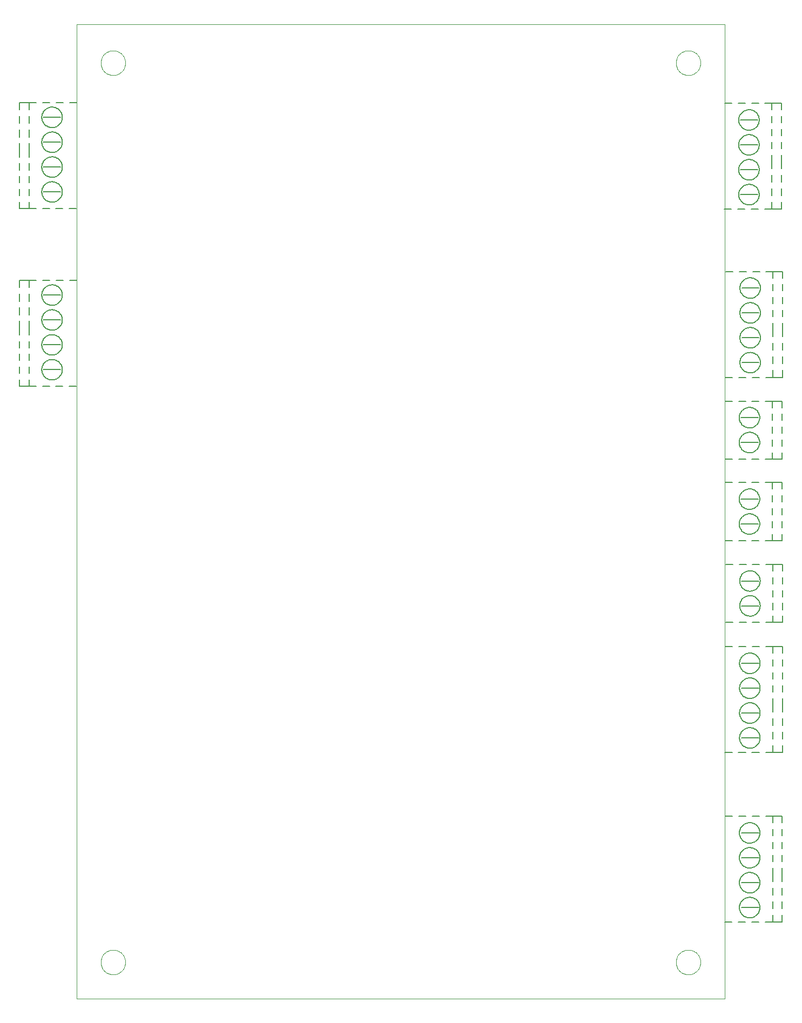
<source format=gbo>
G75*
%MOIN*%
%OFA0B0*%
%FSLAX24Y24*%
%IPPOS*%
%LPD*%
%AMOC8*
5,1,8,0,0,1.08239X$1,22.5*
%
%ADD10C,0.0000*%
%ADD11C,0.0050*%
D10*
X003651Y000200D02*
X003651Y060320D01*
X043643Y060320D01*
X043643Y000200D01*
X003651Y000200D01*
X005141Y002450D02*
X005143Y002505D01*
X005149Y002559D01*
X005159Y002613D01*
X005172Y002667D01*
X005190Y002719D01*
X005211Y002769D01*
X005236Y002818D01*
X005264Y002865D01*
X005296Y002910D01*
X005331Y002952D01*
X005368Y002992D01*
X005409Y003029D01*
X005452Y003063D01*
X005497Y003094D01*
X005545Y003121D01*
X005594Y003145D01*
X005645Y003166D01*
X005698Y003182D01*
X005751Y003195D01*
X005805Y003204D01*
X005860Y003209D01*
X005915Y003210D01*
X005970Y003207D01*
X006024Y003200D01*
X006078Y003189D01*
X006131Y003174D01*
X006182Y003156D01*
X006233Y003134D01*
X006281Y003108D01*
X006328Y003079D01*
X006372Y003047D01*
X006414Y003011D01*
X006453Y002973D01*
X006489Y002931D01*
X006522Y002888D01*
X006552Y002842D01*
X006579Y002794D01*
X006602Y002744D01*
X006621Y002693D01*
X006637Y002640D01*
X006649Y002586D01*
X006657Y002532D01*
X006661Y002477D01*
X006661Y002423D01*
X006657Y002368D01*
X006649Y002314D01*
X006637Y002260D01*
X006621Y002207D01*
X006602Y002156D01*
X006579Y002106D01*
X006552Y002058D01*
X006522Y002012D01*
X006489Y001969D01*
X006453Y001927D01*
X006414Y001889D01*
X006372Y001853D01*
X006328Y001821D01*
X006281Y001792D01*
X006233Y001766D01*
X006182Y001744D01*
X006131Y001726D01*
X006078Y001711D01*
X006024Y001700D01*
X005970Y001693D01*
X005915Y001690D01*
X005860Y001691D01*
X005805Y001696D01*
X005751Y001705D01*
X005698Y001718D01*
X005645Y001734D01*
X005594Y001755D01*
X005545Y001779D01*
X005497Y001806D01*
X005452Y001837D01*
X005409Y001871D01*
X005368Y001908D01*
X005331Y001948D01*
X005296Y001990D01*
X005264Y002035D01*
X005236Y002082D01*
X005211Y002131D01*
X005190Y002181D01*
X005172Y002233D01*
X005159Y002287D01*
X005149Y002341D01*
X005143Y002395D01*
X005141Y002450D01*
X040641Y002450D02*
X040643Y002505D01*
X040649Y002559D01*
X040659Y002613D01*
X040672Y002667D01*
X040690Y002719D01*
X040711Y002769D01*
X040736Y002818D01*
X040764Y002865D01*
X040796Y002910D01*
X040831Y002952D01*
X040868Y002992D01*
X040909Y003029D01*
X040952Y003063D01*
X040997Y003094D01*
X041045Y003121D01*
X041094Y003145D01*
X041145Y003166D01*
X041198Y003182D01*
X041251Y003195D01*
X041305Y003204D01*
X041360Y003209D01*
X041415Y003210D01*
X041470Y003207D01*
X041524Y003200D01*
X041578Y003189D01*
X041631Y003174D01*
X041682Y003156D01*
X041733Y003134D01*
X041781Y003108D01*
X041828Y003079D01*
X041872Y003047D01*
X041914Y003011D01*
X041953Y002973D01*
X041989Y002931D01*
X042022Y002888D01*
X042052Y002842D01*
X042079Y002794D01*
X042102Y002744D01*
X042121Y002693D01*
X042137Y002640D01*
X042149Y002586D01*
X042157Y002532D01*
X042161Y002477D01*
X042161Y002423D01*
X042157Y002368D01*
X042149Y002314D01*
X042137Y002260D01*
X042121Y002207D01*
X042102Y002156D01*
X042079Y002106D01*
X042052Y002058D01*
X042022Y002012D01*
X041989Y001969D01*
X041953Y001927D01*
X041914Y001889D01*
X041872Y001853D01*
X041828Y001821D01*
X041781Y001792D01*
X041733Y001766D01*
X041682Y001744D01*
X041631Y001726D01*
X041578Y001711D01*
X041524Y001700D01*
X041470Y001693D01*
X041415Y001690D01*
X041360Y001691D01*
X041305Y001696D01*
X041251Y001705D01*
X041198Y001718D01*
X041145Y001734D01*
X041094Y001755D01*
X041045Y001779D01*
X040997Y001806D01*
X040952Y001837D01*
X040909Y001871D01*
X040868Y001908D01*
X040831Y001948D01*
X040796Y001990D01*
X040764Y002035D01*
X040736Y002082D01*
X040711Y002131D01*
X040690Y002181D01*
X040672Y002233D01*
X040659Y002287D01*
X040649Y002341D01*
X040643Y002395D01*
X040641Y002450D01*
X040641Y057950D02*
X040643Y058005D01*
X040649Y058059D01*
X040659Y058113D01*
X040672Y058167D01*
X040690Y058219D01*
X040711Y058269D01*
X040736Y058318D01*
X040764Y058365D01*
X040796Y058410D01*
X040831Y058452D01*
X040868Y058492D01*
X040909Y058529D01*
X040952Y058563D01*
X040997Y058594D01*
X041045Y058621D01*
X041094Y058645D01*
X041145Y058666D01*
X041198Y058682D01*
X041251Y058695D01*
X041305Y058704D01*
X041360Y058709D01*
X041415Y058710D01*
X041470Y058707D01*
X041524Y058700D01*
X041578Y058689D01*
X041631Y058674D01*
X041682Y058656D01*
X041733Y058634D01*
X041781Y058608D01*
X041828Y058579D01*
X041872Y058547D01*
X041914Y058511D01*
X041953Y058473D01*
X041989Y058431D01*
X042022Y058388D01*
X042052Y058342D01*
X042079Y058294D01*
X042102Y058244D01*
X042121Y058193D01*
X042137Y058140D01*
X042149Y058086D01*
X042157Y058032D01*
X042161Y057977D01*
X042161Y057923D01*
X042157Y057868D01*
X042149Y057814D01*
X042137Y057760D01*
X042121Y057707D01*
X042102Y057656D01*
X042079Y057606D01*
X042052Y057558D01*
X042022Y057512D01*
X041989Y057469D01*
X041953Y057427D01*
X041914Y057389D01*
X041872Y057353D01*
X041828Y057321D01*
X041781Y057292D01*
X041733Y057266D01*
X041682Y057244D01*
X041631Y057226D01*
X041578Y057211D01*
X041524Y057200D01*
X041470Y057193D01*
X041415Y057190D01*
X041360Y057191D01*
X041305Y057196D01*
X041251Y057205D01*
X041198Y057218D01*
X041145Y057234D01*
X041094Y057255D01*
X041045Y057279D01*
X040997Y057306D01*
X040952Y057337D01*
X040909Y057371D01*
X040868Y057408D01*
X040831Y057448D01*
X040796Y057490D01*
X040764Y057535D01*
X040736Y057582D01*
X040711Y057631D01*
X040690Y057681D01*
X040672Y057733D01*
X040659Y057787D01*
X040649Y057841D01*
X040643Y057895D01*
X040641Y057950D01*
X005141Y057950D02*
X005143Y058005D01*
X005149Y058059D01*
X005159Y058113D01*
X005172Y058167D01*
X005190Y058219D01*
X005211Y058269D01*
X005236Y058318D01*
X005264Y058365D01*
X005296Y058410D01*
X005331Y058452D01*
X005368Y058492D01*
X005409Y058529D01*
X005452Y058563D01*
X005497Y058594D01*
X005545Y058621D01*
X005594Y058645D01*
X005645Y058666D01*
X005698Y058682D01*
X005751Y058695D01*
X005805Y058704D01*
X005860Y058709D01*
X005915Y058710D01*
X005970Y058707D01*
X006024Y058700D01*
X006078Y058689D01*
X006131Y058674D01*
X006182Y058656D01*
X006233Y058634D01*
X006281Y058608D01*
X006328Y058579D01*
X006372Y058547D01*
X006414Y058511D01*
X006453Y058473D01*
X006489Y058431D01*
X006522Y058388D01*
X006552Y058342D01*
X006579Y058294D01*
X006602Y058244D01*
X006621Y058193D01*
X006637Y058140D01*
X006649Y058086D01*
X006657Y058032D01*
X006661Y057977D01*
X006661Y057923D01*
X006657Y057868D01*
X006649Y057814D01*
X006637Y057760D01*
X006621Y057707D01*
X006602Y057656D01*
X006579Y057606D01*
X006552Y057558D01*
X006522Y057512D01*
X006489Y057469D01*
X006453Y057427D01*
X006414Y057389D01*
X006372Y057353D01*
X006328Y057321D01*
X006281Y057292D01*
X006233Y057266D01*
X006182Y057244D01*
X006131Y057226D01*
X006078Y057211D01*
X006024Y057200D01*
X005970Y057193D01*
X005915Y057190D01*
X005860Y057191D01*
X005805Y057196D01*
X005751Y057205D01*
X005698Y057218D01*
X005645Y057234D01*
X005594Y057255D01*
X005545Y057279D01*
X005497Y057306D01*
X005452Y057337D01*
X005409Y057371D01*
X005368Y057408D01*
X005331Y057448D01*
X005296Y057490D01*
X005264Y057535D01*
X005236Y057582D01*
X005211Y057631D01*
X005190Y057681D01*
X005172Y057733D01*
X005159Y057787D01*
X005149Y057841D01*
X005143Y057895D01*
X005141Y057950D01*
D11*
X003668Y055495D02*
X003225Y055495D01*
X002832Y055495D02*
X002389Y055495D01*
X001995Y055495D02*
X001552Y055495D01*
X001158Y055495D02*
X000716Y055495D01*
X000716Y055053D01*
X000716Y054659D02*
X000716Y054216D01*
X000716Y053822D02*
X000716Y053379D01*
X000716Y052986D02*
X000716Y052543D01*
X000716Y052141D01*
X000716Y051747D02*
X000716Y051346D01*
X000716Y050952D02*
X000716Y050551D01*
X000716Y050157D02*
X000716Y049755D01*
X000716Y049362D02*
X000716Y048960D01*
X000125Y048960D01*
X000125Y049362D01*
X000125Y049755D02*
X000125Y050157D01*
X000125Y050551D02*
X000125Y050952D01*
X000125Y051346D02*
X000125Y051747D01*
X000125Y052141D02*
X000125Y052543D01*
X000125Y052986D01*
X000125Y053379D02*
X000125Y053822D01*
X000125Y054216D02*
X000125Y054659D01*
X000125Y055053D02*
X000125Y055495D01*
X000716Y055495D01*
X001582Y054590D02*
X002645Y054590D01*
X001502Y054590D02*
X001504Y054640D01*
X001510Y054690D01*
X001520Y054739D01*
X001534Y054787D01*
X001551Y054834D01*
X001572Y054880D01*
X001597Y054923D01*
X001625Y054965D01*
X001657Y055004D01*
X001691Y055041D01*
X001728Y055074D01*
X001768Y055105D01*
X001810Y055132D01*
X001854Y055156D01*
X001900Y055177D01*
X001948Y055193D01*
X001996Y055206D01*
X002045Y055215D01*
X002095Y055220D01*
X002146Y055221D01*
X002196Y055218D01*
X002245Y055211D01*
X002294Y055200D01*
X002342Y055185D01*
X002389Y055167D01*
X002434Y055145D01*
X002477Y055119D01*
X002518Y055090D01*
X002556Y055058D01*
X002592Y055023D01*
X002625Y054985D01*
X002655Y054944D01*
X002682Y054902D01*
X002705Y054857D01*
X002724Y054811D01*
X002740Y054763D01*
X002752Y054715D01*
X002760Y054665D01*
X002764Y054615D01*
X002764Y054565D01*
X002760Y054515D01*
X002752Y054465D01*
X002740Y054417D01*
X002724Y054369D01*
X002705Y054323D01*
X002682Y054278D01*
X002655Y054236D01*
X002625Y054195D01*
X002592Y054157D01*
X002556Y054122D01*
X002518Y054090D01*
X002477Y054061D01*
X002434Y054035D01*
X002389Y054013D01*
X002342Y053995D01*
X002294Y053980D01*
X002245Y053969D01*
X002196Y053962D01*
X002146Y053959D01*
X002095Y053960D01*
X002045Y053965D01*
X001996Y053974D01*
X001948Y053987D01*
X001900Y054003D01*
X001854Y054024D01*
X001810Y054048D01*
X001768Y054075D01*
X001728Y054106D01*
X001691Y054139D01*
X001657Y054176D01*
X001625Y054215D01*
X001597Y054257D01*
X001572Y054300D01*
X001551Y054346D01*
X001534Y054393D01*
X001520Y054441D01*
X001510Y054490D01*
X001504Y054540D01*
X001502Y054590D01*
X001582Y053054D02*
X002645Y053054D01*
X001502Y053054D02*
X001504Y053104D01*
X001510Y053154D01*
X001520Y053203D01*
X001534Y053251D01*
X001551Y053298D01*
X001572Y053344D01*
X001597Y053387D01*
X001625Y053429D01*
X001657Y053468D01*
X001691Y053505D01*
X001728Y053538D01*
X001768Y053569D01*
X001810Y053596D01*
X001854Y053620D01*
X001900Y053641D01*
X001948Y053657D01*
X001996Y053670D01*
X002045Y053679D01*
X002095Y053684D01*
X002146Y053685D01*
X002196Y053682D01*
X002245Y053675D01*
X002294Y053664D01*
X002342Y053649D01*
X002389Y053631D01*
X002434Y053609D01*
X002477Y053583D01*
X002518Y053554D01*
X002556Y053522D01*
X002592Y053487D01*
X002625Y053449D01*
X002655Y053408D01*
X002682Y053366D01*
X002705Y053321D01*
X002724Y053275D01*
X002740Y053227D01*
X002752Y053179D01*
X002760Y053129D01*
X002764Y053079D01*
X002764Y053029D01*
X002760Y052979D01*
X002752Y052929D01*
X002740Y052881D01*
X002724Y052833D01*
X002705Y052787D01*
X002682Y052742D01*
X002655Y052700D01*
X002625Y052659D01*
X002592Y052621D01*
X002556Y052586D01*
X002518Y052554D01*
X002477Y052525D01*
X002434Y052499D01*
X002389Y052477D01*
X002342Y052459D01*
X002294Y052444D01*
X002245Y052433D01*
X002196Y052426D01*
X002146Y052423D01*
X002095Y052424D01*
X002045Y052429D01*
X001996Y052438D01*
X001948Y052451D01*
X001900Y052467D01*
X001854Y052488D01*
X001810Y052512D01*
X001768Y052539D01*
X001728Y052570D01*
X001691Y052603D01*
X001657Y052640D01*
X001625Y052679D01*
X001597Y052721D01*
X001572Y052764D01*
X001551Y052810D01*
X001534Y052857D01*
X001520Y052905D01*
X001510Y052954D01*
X001504Y053004D01*
X001502Y053054D01*
X001582Y051519D02*
X002645Y051519D01*
X001502Y051519D02*
X001504Y051569D01*
X001510Y051619D01*
X001520Y051668D01*
X001534Y051716D01*
X001551Y051763D01*
X001572Y051809D01*
X001597Y051852D01*
X001625Y051894D01*
X001657Y051933D01*
X001691Y051970D01*
X001728Y052003D01*
X001768Y052034D01*
X001810Y052061D01*
X001854Y052085D01*
X001900Y052106D01*
X001948Y052122D01*
X001996Y052135D01*
X002045Y052144D01*
X002095Y052149D01*
X002146Y052150D01*
X002196Y052147D01*
X002245Y052140D01*
X002294Y052129D01*
X002342Y052114D01*
X002389Y052096D01*
X002434Y052074D01*
X002477Y052048D01*
X002518Y052019D01*
X002556Y051987D01*
X002592Y051952D01*
X002625Y051914D01*
X002655Y051873D01*
X002682Y051831D01*
X002705Y051786D01*
X002724Y051740D01*
X002740Y051692D01*
X002752Y051644D01*
X002760Y051594D01*
X002764Y051544D01*
X002764Y051494D01*
X002760Y051444D01*
X002752Y051394D01*
X002740Y051346D01*
X002724Y051298D01*
X002705Y051252D01*
X002682Y051207D01*
X002655Y051165D01*
X002625Y051124D01*
X002592Y051086D01*
X002556Y051051D01*
X002518Y051019D01*
X002477Y050990D01*
X002434Y050964D01*
X002389Y050942D01*
X002342Y050924D01*
X002294Y050909D01*
X002245Y050898D01*
X002196Y050891D01*
X002146Y050888D01*
X002095Y050889D01*
X002045Y050894D01*
X001996Y050903D01*
X001948Y050916D01*
X001900Y050932D01*
X001854Y050953D01*
X001810Y050977D01*
X001768Y051004D01*
X001728Y051035D01*
X001691Y051068D01*
X001657Y051105D01*
X001625Y051144D01*
X001597Y051186D01*
X001572Y051229D01*
X001551Y051275D01*
X001534Y051322D01*
X001520Y051370D01*
X001510Y051419D01*
X001504Y051469D01*
X001502Y051519D01*
X001582Y049984D02*
X002645Y049984D01*
X001502Y049984D02*
X001504Y050034D01*
X001510Y050084D01*
X001520Y050133D01*
X001534Y050181D01*
X001551Y050228D01*
X001572Y050274D01*
X001597Y050317D01*
X001625Y050359D01*
X001657Y050398D01*
X001691Y050435D01*
X001728Y050468D01*
X001768Y050499D01*
X001810Y050526D01*
X001854Y050550D01*
X001900Y050571D01*
X001948Y050587D01*
X001996Y050600D01*
X002045Y050609D01*
X002095Y050614D01*
X002146Y050615D01*
X002196Y050612D01*
X002245Y050605D01*
X002294Y050594D01*
X002342Y050579D01*
X002389Y050561D01*
X002434Y050539D01*
X002477Y050513D01*
X002518Y050484D01*
X002556Y050452D01*
X002592Y050417D01*
X002625Y050379D01*
X002655Y050338D01*
X002682Y050296D01*
X002705Y050251D01*
X002724Y050205D01*
X002740Y050157D01*
X002752Y050109D01*
X002760Y050059D01*
X002764Y050009D01*
X002764Y049959D01*
X002760Y049909D01*
X002752Y049859D01*
X002740Y049811D01*
X002724Y049763D01*
X002705Y049717D01*
X002682Y049672D01*
X002655Y049630D01*
X002625Y049589D01*
X002592Y049551D01*
X002556Y049516D01*
X002518Y049484D01*
X002477Y049455D01*
X002434Y049429D01*
X002389Y049407D01*
X002342Y049389D01*
X002294Y049374D01*
X002245Y049363D01*
X002196Y049356D01*
X002146Y049353D01*
X002095Y049354D01*
X002045Y049359D01*
X001996Y049368D01*
X001948Y049381D01*
X001900Y049397D01*
X001854Y049418D01*
X001810Y049442D01*
X001768Y049469D01*
X001728Y049500D01*
X001691Y049533D01*
X001657Y049570D01*
X001625Y049609D01*
X001597Y049651D01*
X001572Y049694D01*
X001551Y049740D01*
X001534Y049787D01*
X001520Y049835D01*
X001510Y049884D01*
X001504Y049934D01*
X001502Y049984D01*
X001542Y048960D02*
X001975Y048960D01*
X002369Y048960D02*
X002802Y048960D01*
X003196Y048960D02*
X003629Y048960D01*
X001149Y048960D02*
X000716Y048960D01*
X000716Y044525D02*
X000125Y044525D01*
X000125Y044083D01*
X000125Y043689D02*
X000125Y043246D01*
X000125Y042852D02*
X000125Y042409D01*
X000125Y042016D02*
X000125Y041573D01*
X000125Y041171D01*
X000125Y040777D02*
X000125Y040376D01*
X000125Y039982D02*
X000125Y039581D01*
X000125Y039187D02*
X000125Y038785D01*
X000125Y038392D02*
X000125Y037990D01*
X000716Y037990D01*
X000716Y038392D01*
X000716Y038785D02*
X000716Y039187D01*
X000716Y039581D02*
X000716Y039982D01*
X000716Y040376D02*
X000716Y040777D01*
X000716Y041171D02*
X000716Y041573D01*
X000716Y042016D01*
X000716Y042409D02*
X000716Y042852D01*
X000716Y043246D02*
X000716Y043689D01*
X000716Y044083D02*
X000716Y044525D01*
X001158Y044525D01*
X001552Y044525D02*
X001995Y044525D01*
X002389Y044525D02*
X002832Y044525D01*
X003225Y044525D02*
X003668Y044525D01*
X002645Y043620D02*
X001582Y043620D01*
X001502Y043620D02*
X001504Y043670D01*
X001510Y043720D01*
X001520Y043769D01*
X001534Y043817D01*
X001551Y043864D01*
X001572Y043910D01*
X001597Y043953D01*
X001625Y043995D01*
X001657Y044034D01*
X001691Y044071D01*
X001728Y044104D01*
X001768Y044135D01*
X001810Y044162D01*
X001854Y044186D01*
X001900Y044207D01*
X001948Y044223D01*
X001996Y044236D01*
X002045Y044245D01*
X002095Y044250D01*
X002146Y044251D01*
X002196Y044248D01*
X002245Y044241D01*
X002294Y044230D01*
X002342Y044215D01*
X002389Y044197D01*
X002434Y044175D01*
X002477Y044149D01*
X002518Y044120D01*
X002556Y044088D01*
X002592Y044053D01*
X002625Y044015D01*
X002655Y043974D01*
X002682Y043932D01*
X002705Y043887D01*
X002724Y043841D01*
X002740Y043793D01*
X002752Y043745D01*
X002760Y043695D01*
X002764Y043645D01*
X002764Y043595D01*
X002760Y043545D01*
X002752Y043495D01*
X002740Y043447D01*
X002724Y043399D01*
X002705Y043353D01*
X002682Y043308D01*
X002655Y043266D01*
X002625Y043225D01*
X002592Y043187D01*
X002556Y043152D01*
X002518Y043120D01*
X002477Y043091D01*
X002434Y043065D01*
X002389Y043043D01*
X002342Y043025D01*
X002294Y043010D01*
X002245Y042999D01*
X002196Y042992D01*
X002146Y042989D01*
X002095Y042990D01*
X002045Y042995D01*
X001996Y043004D01*
X001948Y043017D01*
X001900Y043033D01*
X001854Y043054D01*
X001810Y043078D01*
X001768Y043105D01*
X001728Y043136D01*
X001691Y043169D01*
X001657Y043206D01*
X001625Y043245D01*
X001597Y043287D01*
X001572Y043330D01*
X001551Y043376D01*
X001534Y043423D01*
X001520Y043471D01*
X001510Y043520D01*
X001504Y043570D01*
X001502Y043620D01*
X001582Y042084D02*
X002645Y042084D01*
X001502Y042084D02*
X001504Y042134D01*
X001510Y042184D01*
X001520Y042233D01*
X001534Y042281D01*
X001551Y042328D01*
X001572Y042374D01*
X001597Y042417D01*
X001625Y042459D01*
X001657Y042498D01*
X001691Y042535D01*
X001728Y042568D01*
X001768Y042599D01*
X001810Y042626D01*
X001854Y042650D01*
X001900Y042671D01*
X001948Y042687D01*
X001996Y042700D01*
X002045Y042709D01*
X002095Y042714D01*
X002146Y042715D01*
X002196Y042712D01*
X002245Y042705D01*
X002294Y042694D01*
X002342Y042679D01*
X002389Y042661D01*
X002434Y042639D01*
X002477Y042613D01*
X002518Y042584D01*
X002556Y042552D01*
X002592Y042517D01*
X002625Y042479D01*
X002655Y042438D01*
X002682Y042396D01*
X002705Y042351D01*
X002724Y042305D01*
X002740Y042257D01*
X002752Y042209D01*
X002760Y042159D01*
X002764Y042109D01*
X002764Y042059D01*
X002760Y042009D01*
X002752Y041959D01*
X002740Y041911D01*
X002724Y041863D01*
X002705Y041817D01*
X002682Y041772D01*
X002655Y041730D01*
X002625Y041689D01*
X002592Y041651D01*
X002556Y041616D01*
X002518Y041584D01*
X002477Y041555D01*
X002434Y041529D01*
X002389Y041507D01*
X002342Y041489D01*
X002294Y041474D01*
X002245Y041463D01*
X002196Y041456D01*
X002146Y041453D01*
X002095Y041454D01*
X002045Y041459D01*
X001996Y041468D01*
X001948Y041481D01*
X001900Y041497D01*
X001854Y041518D01*
X001810Y041542D01*
X001768Y041569D01*
X001728Y041600D01*
X001691Y041633D01*
X001657Y041670D01*
X001625Y041709D01*
X001597Y041751D01*
X001572Y041794D01*
X001551Y041840D01*
X001534Y041887D01*
X001520Y041935D01*
X001510Y041984D01*
X001504Y042034D01*
X001502Y042084D01*
X001582Y040549D02*
X002645Y040549D01*
X001502Y040549D02*
X001504Y040599D01*
X001510Y040649D01*
X001520Y040698D01*
X001534Y040746D01*
X001551Y040793D01*
X001572Y040839D01*
X001597Y040882D01*
X001625Y040924D01*
X001657Y040963D01*
X001691Y041000D01*
X001728Y041033D01*
X001768Y041064D01*
X001810Y041091D01*
X001854Y041115D01*
X001900Y041136D01*
X001948Y041152D01*
X001996Y041165D01*
X002045Y041174D01*
X002095Y041179D01*
X002146Y041180D01*
X002196Y041177D01*
X002245Y041170D01*
X002294Y041159D01*
X002342Y041144D01*
X002389Y041126D01*
X002434Y041104D01*
X002477Y041078D01*
X002518Y041049D01*
X002556Y041017D01*
X002592Y040982D01*
X002625Y040944D01*
X002655Y040903D01*
X002682Y040861D01*
X002705Y040816D01*
X002724Y040770D01*
X002740Y040722D01*
X002752Y040674D01*
X002760Y040624D01*
X002764Y040574D01*
X002764Y040524D01*
X002760Y040474D01*
X002752Y040424D01*
X002740Y040376D01*
X002724Y040328D01*
X002705Y040282D01*
X002682Y040237D01*
X002655Y040195D01*
X002625Y040154D01*
X002592Y040116D01*
X002556Y040081D01*
X002518Y040049D01*
X002477Y040020D01*
X002434Y039994D01*
X002389Y039972D01*
X002342Y039954D01*
X002294Y039939D01*
X002245Y039928D01*
X002196Y039921D01*
X002146Y039918D01*
X002095Y039919D01*
X002045Y039924D01*
X001996Y039933D01*
X001948Y039946D01*
X001900Y039962D01*
X001854Y039983D01*
X001810Y040007D01*
X001768Y040034D01*
X001728Y040065D01*
X001691Y040098D01*
X001657Y040135D01*
X001625Y040174D01*
X001597Y040216D01*
X001572Y040259D01*
X001551Y040305D01*
X001534Y040352D01*
X001520Y040400D01*
X001510Y040449D01*
X001504Y040499D01*
X001502Y040549D01*
X001582Y039014D02*
X002645Y039014D01*
X001502Y039014D02*
X001504Y039064D01*
X001510Y039114D01*
X001520Y039163D01*
X001534Y039211D01*
X001551Y039258D01*
X001572Y039304D01*
X001597Y039347D01*
X001625Y039389D01*
X001657Y039428D01*
X001691Y039465D01*
X001728Y039498D01*
X001768Y039529D01*
X001810Y039556D01*
X001854Y039580D01*
X001900Y039601D01*
X001948Y039617D01*
X001996Y039630D01*
X002045Y039639D01*
X002095Y039644D01*
X002146Y039645D01*
X002196Y039642D01*
X002245Y039635D01*
X002294Y039624D01*
X002342Y039609D01*
X002389Y039591D01*
X002434Y039569D01*
X002477Y039543D01*
X002518Y039514D01*
X002556Y039482D01*
X002592Y039447D01*
X002625Y039409D01*
X002655Y039368D01*
X002682Y039326D01*
X002705Y039281D01*
X002724Y039235D01*
X002740Y039187D01*
X002752Y039139D01*
X002760Y039089D01*
X002764Y039039D01*
X002764Y038989D01*
X002760Y038939D01*
X002752Y038889D01*
X002740Y038841D01*
X002724Y038793D01*
X002705Y038747D01*
X002682Y038702D01*
X002655Y038660D01*
X002625Y038619D01*
X002592Y038581D01*
X002556Y038546D01*
X002518Y038514D01*
X002477Y038485D01*
X002434Y038459D01*
X002389Y038437D01*
X002342Y038419D01*
X002294Y038404D01*
X002245Y038393D01*
X002196Y038386D01*
X002146Y038383D01*
X002095Y038384D01*
X002045Y038389D01*
X001996Y038398D01*
X001948Y038411D01*
X001900Y038427D01*
X001854Y038448D01*
X001810Y038472D01*
X001768Y038499D01*
X001728Y038530D01*
X001691Y038563D01*
X001657Y038600D01*
X001625Y038639D01*
X001597Y038681D01*
X001572Y038724D01*
X001551Y038770D01*
X001534Y038817D01*
X001520Y038865D01*
X001510Y038914D01*
X001504Y038964D01*
X001502Y039014D01*
X001542Y037990D02*
X001975Y037990D01*
X002369Y037990D02*
X002802Y037990D01*
X003196Y037990D02*
X003629Y037990D01*
X001149Y037990D02*
X000716Y037990D01*
X043684Y038545D02*
X044127Y038545D01*
X044520Y038545D02*
X044963Y038545D01*
X045357Y038545D02*
X045800Y038545D01*
X046194Y038545D02*
X046636Y038545D01*
X046636Y038987D01*
X046636Y039381D02*
X046636Y039824D01*
X046636Y040218D02*
X046636Y040661D01*
X046636Y041054D02*
X046636Y041497D01*
X046636Y041899D01*
X046636Y042293D02*
X046636Y042694D01*
X046636Y043088D02*
X046636Y043489D01*
X046636Y043883D02*
X046636Y044285D01*
X046636Y044678D02*
X046636Y045080D01*
X047227Y045080D01*
X047227Y044678D01*
X047227Y044285D02*
X047227Y043883D01*
X047227Y043489D02*
X047227Y043088D01*
X047227Y042694D02*
X047227Y042293D01*
X047227Y041899D02*
X047227Y041497D01*
X047227Y041054D01*
X047227Y040661D02*
X047227Y040218D01*
X047227Y039824D02*
X047227Y039381D01*
X047227Y038987D02*
X047227Y038545D01*
X046636Y038545D01*
X045770Y039450D02*
X044707Y039450D01*
X044588Y039450D02*
X044590Y039500D01*
X044596Y039550D01*
X044606Y039599D01*
X044620Y039647D01*
X044637Y039694D01*
X044658Y039740D01*
X044683Y039783D01*
X044711Y039825D01*
X044743Y039864D01*
X044777Y039901D01*
X044814Y039934D01*
X044854Y039965D01*
X044896Y039992D01*
X044940Y040016D01*
X044986Y040037D01*
X045034Y040053D01*
X045082Y040066D01*
X045131Y040075D01*
X045181Y040080D01*
X045232Y040081D01*
X045282Y040078D01*
X045331Y040071D01*
X045380Y040060D01*
X045428Y040045D01*
X045475Y040027D01*
X045520Y040005D01*
X045563Y039979D01*
X045604Y039950D01*
X045642Y039918D01*
X045678Y039883D01*
X045711Y039845D01*
X045741Y039804D01*
X045768Y039762D01*
X045791Y039717D01*
X045810Y039671D01*
X045826Y039623D01*
X045838Y039575D01*
X045846Y039525D01*
X045850Y039475D01*
X045850Y039425D01*
X045846Y039375D01*
X045838Y039325D01*
X045826Y039277D01*
X045810Y039229D01*
X045791Y039183D01*
X045768Y039138D01*
X045741Y039096D01*
X045711Y039055D01*
X045678Y039017D01*
X045642Y038982D01*
X045604Y038950D01*
X045563Y038921D01*
X045520Y038895D01*
X045475Y038873D01*
X045428Y038855D01*
X045380Y038840D01*
X045331Y038829D01*
X045282Y038822D01*
X045232Y038819D01*
X045181Y038820D01*
X045131Y038825D01*
X045082Y038834D01*
X045034Y038847D01*
X044986Y038863D01*
X044940Y038884D01*
X044896Y038908D01*
X044854Y038935D01*
X044814Y038966D01*
X044777Y038999D01*
X044743Y039036D01*
X044711Y039075D01*
X044683Y039117D01*
X044658Y039160D01*
X044637Y039206D01*
X044620Y039253D01*
X044606Y039301D01*
X044596Y039350D01*
X044590Y039400D01*
X044588Y039450D01*
X044707Y040986D02*
X045770Y040986D01*
X044588Y040986D02*
X044590Y041036D01*
X044596Y041086D01*
X044606Y041135D01*
X044620Y041183D01*
X044637Y041230D01*
X044658Y041276D01*
X044683Y041319D01*
X044711Y041361D01*
X044743Y041400D01*
X044777Y041437D01*
X044814Y041470D01*
X044854Y041501D01*
X044896Y041528D01*
X044940Y041552D01*
X044986Y041573D01*
X045034Y041589D01*
X045082Y041602D01*
X045131Y041611D01*
X045181Y041616D01*
X045232Y041617D01*
X045282Y041614D01*
X045331Y041607D01*
X045380Y041596D01*
X045428Y041581D01*
X045475Y041563D01*
X045520Y041541D01*
X045563Y041515D01*
X045604Y041486D01*
X045642Y041454D01*
X045678Y041419D01*
X045711Y041381D01*
X045741Y041340D01*
X045768Y041298D01*
X045791Y041253D01*
X045810Y041207D01*
X045826Y041159D01*
X045838Y041111D01*
X045846Y041061D01*
X045850Y041011D01*
X045850Y040961D01*
X045846Y040911D01*
X045838Y040861D01*
X045826Y040813D01*
X045810Y040765D01*
X045791Y040719D01*
X045768Y040674D01*
X045741Y040632D01*
X045711Y040591D01*
X045678Y040553D01*
X045642Y040518D01*
X045604Y040486D01*
X045563Y040457D01*
X045520Y040431D01*
X045475Y040409D01*
X045428Y040391D01*
X045380Y040376D01*
X045331Y040365D01*
X045282Y040358D01*
X045232Y040355D01*
X045181Y040356D01*
X045131Y040361D01*
X045082Y040370D01*
X045034Y040383D01*
X044986Y040399D01*
X044940Y040420D01*
X044896Y040444D01*
X044854Y040471D01*
X044814Y040502D01*
X044777Y040535D01*
X044743Y040572D01*
X044711Y040611D01*
X044683Y040653D01*
X044658Y040696D01*
X044637Y040742D01*
X044620Y040789D01*
X044606Y040837D01*
X044596Y040886D01*
X044590Y040936D01*
X044588Y040986D01*
X044707Y042521D02*
X045770Y042521D01*
X044588Y042521D02*
X044590Y042571D01*
X044596Y042621D01*
X044606Y042670D01*
X044620Y042718D01*
X044637Y042765D01*
X044658Y042811D01*
X044683Y042854D01*
X044711Y042896D01*
X044743Y042935D01*
X044777Y042972D01*
X044814Y043005D01*
X044854Y043036D01*
X044896Y043063D01*
X044940Y043087D01*
X044986Y043108D01*
X045034Y043124D01*
X045082Y043137D01*
X045131Y043146D01*
X045181Y043151D01*
X045232Y043152D01*
X045282Y043149D01*
X045331Y043142D01*
X045380Y043131D01*
X045428Y043116D01*
X045475Y043098D01*
X045520Y043076D01*
X045563Y043050D01*
X045604Y043021D01*
X045642Y042989D01*
X045678Y042954D01*
X045711Y042916D01*
X045741Y042875D01*
X045768Y042833D01*
X045791Y042788D01*
X045810Y042742D01*
X045826Y042694D01*
X045838Y042646D01*
X045846Y042596D01*
X045850Y042546D01*
X045850Y042496D01*
X045846Y042446D01*
X045838Y042396D01*
X045826Y042348D01*
X045810Y042300D01*
X045791Y042254D01*
X045768Y042209D01*
X045741Y042167D01*
X045711Y042126D01*
X045678Y042088D01*
X045642Y042053D01*
X045604Y042021D01*
X045563Y041992D01*
X045520Y041966D01*
X045475Y041944D01*
X045428Y041926D01*
X045380Y041911D01*
X045331Y041900D01*
X045282Y041893D01*
X045232Y041890D01*
X045181Y041891D01*
X045131Y041896D01*
X045082Y041905D01*
X045034Y041918D01*
X044986Y041934D01*
X044940Y041955D01*
X044896Y041979D01*
X044854Y042006D01*
X044814Y042037D01*
X044777Y042070D01*
X044743Y042107D01*
X044711Y042146D01*
X044683Y042188D01*
X044658Y042231D01*
X044637Y042277D01*
X044620Y042324D01*
X044606Y042372D01*
X044596Y042421D01*
X044590Y042471D01*
X044588Y042521D01*
X044707Y044056D02*
X045770Y044056D01*
X044588Y044056D02*
X044590Y044106D01*
X044596Y044156D01*
X044606Y044205D01*
X044620Y044253D01*
X044637Y044300D01*
X044658Y044346D01*
X044683Y044389D01*
X044711Y044431D01*
X044743Y044470D01*
X044777Y044507D01*
X044814Y044540D01*
X044854Y044571D01*
X044896Y044598D01*
X044940Y044622D01*
X044986Y044643D01*
X045034Y044659D01*
X045082Y044672D01*
X045131Y044681D01*
X045181Y044686D01*
X045232Y044687D01*
X045282Y044684D01*
X045331Y044677D01*
X045380Y044666D01*
X045428Y044651D01*
X045475Y044633D01*
X045520Y044611D01*
X045563Y044585D01*
X045604Y044556D01*
X045642Y044524D01*
X045678Y044489D01*
X045711Y044451D01*
X045741Y044410D01*
X045768Y044368D01*
X045791Y044323D01*
X045810Y044277D01*
X045826Y044229D01*
X045838Y044181D01*
X045846Y044131D01*
X045850Y044081D01*
X045850Y044031D01*
X045846Y043981D01*
X045838Y043931D01*
X045826Y043883D01*
X045810Y043835D01*
X045791Y043789D01*
X045768Y043744D01*
X045741Y043702D01*
X045711Y043661D01*
X045678Y043623D01*
X045642Y043588D01*
X045604Y043556D01*
X045563Y043527D01*
X045520Y043501D01*
X045475Y043479D01*
X045428Y043461D01*
X045380Y043446D01*
X045331Y043435D01*
X045282Y043428D01*
X045232Y043425D01*
X045181Y043426D01*
X045131Y043431D01*
X045082Y043440D01*
X045034Y043453D01*
X044986Y043469D01*
X044940Y043490D01*
X044896Y043514D01*
X044854Y043541D01*
X044814Y043572D01*
X044777Y043605D01*
X044743Y043642D01*
X044711Y043681D01*
X044683Y043723D01*
X044658Y043766D01*
X044637Y043812D01*
X044620Y043859D01*
X044606Y043907D01*
X044596Y043956D01*
X044590Y044006D01*
X044588Y044056D01*
X044550Y045080D02*
X044983Y045080D01*
X045377Y045080D02*
X045810Y045080D01*
X046203Y045080D02*
X046636Y045080D01*
X044156Y045080D02*
X043723Y045080D01*
X043614Y048915D02*
X044057Y048915D01*
X044450Y048915D02*
X044893Y048915D01*
X045287Y048915D02*
X045730Y048915D01*
X046124Y048915D02*
X046566Y048915D01*
X046566Y049357D01*
X046566Y049751D02*
X046566Y050194D01*
X046566Y050588D02*
X046566Y051031D01*
X046566Y051424D02*
X046566Y051867D01*
X046566Y052269D01*
X046566Y052663D02*
X046566Y053064D01*
X046566Y053458D02*
X046566Y053859D01*
X046566Y054253D02*
X046566Y054655D01*
X046566Y055048D02*
X046566Y055450D01*
X047157Y055450D01*
X047157Y055048D01*
X047157Y054655D02*
X047157Y054253D01*
X047157Y053859D02*
X047157Y053458D01*
X047157Y053064D02*
X047157Y052663D01*
X047157Y052269D02*
X047157Y051867D01*
X047157Y051424D01*
X047157Y051031D02*
X047157Y050588D01*
X047157Y050194D02*
X047157Y049751D01*
X047157Y049357D02*
X047157Y048915D01*
X046566Y048915D01*
X045700Y049820D02*
X044637Y049820D01*
X044518Y049820D02*
X044520Y049870D01*
X044526Y049920D01*
X044536Y049969D01*
X044550Y050017D01*
X044567Y050064D01*
X044588Y050110D01*
X044613Y050153D01*
X044641Y050195D01*
X044673Y050234D01*
X044707Y050271D01*
X044744Y050304D01*
X044784Y050335D01*
X044826Y050362D01*
X044870Y050386D01*
X044916Y050407D01*
X044964Y050423D01*
X045012Y050436D01*
X045061Y050445D01*
X045111Y050450D01*
X045162Y050451D01*
X045212Y050448D01*
X045261Y050441D01*
X045310Y050430D01*
X045358Y050415D01*
X045405Y050397D01*
X045450Y050375D01*
X045493Y050349D01*
X045534Y050320D01*
X045572Y050288D01*
X045608Y050253D01*
X045641Y050215D01*
X045671Y050174D01*
X045698Y050132D01*
X045721Y050087D01*
X045740Y050041D01*
X045756Y049993D01*
X045768Y049945D01*
X045776Y049895D01*
X045780Y049845D01*
X045780Y049795D01*
X045776Y049745D01*
X045768Y049695D01*
X045756Y049647D01*
X045740Y049599D01*
X045721Y049553D01*
X045698Y049508D01*
X045671Y049466D01*
X045641Y049425D01*
X045608Y049387D01*
X045572Y049352D01*
X045534Y049320D01*
X045493Y049291D01*
X045450Y049265D01*
X045405Y049243D01*
X045358Y049225D01*
X045310Y049210D01*
X045261Y049199D01*
X045212Y049192D01*
X045162Y049189D01*
X045111Y049190D01*
X045061Y049195D01*
X045012Y049204D01*
X044964Y049217D01*
X044916Y049233D01*
X044870Y049254D01*
X044826Y049278D01*
X044784Y049305D01*
X044744Y049336D01*
X044707Y049369D01*
X044673Y049406D01*
X044641Y049445D01*
X044613Y049487D01*
X044588Y049530D01*
X044567Y049576D01*
X044550Y049623D01*
X044536Y049671D01*
X044526Y049720D01*
X044520Y049770D01*
X044518Y049820D01*
X044637Y051356D02*
X045700Y051356D01*
X044518Y051356D02*
X044520Y051406D01*
X044526Y051456D01*
X044536Y051505D01*
X044550Y051553D01*
X044567Y051600D01*
X044588Y051646D01*
X044613Y051689D01*
X044641Y051731D01*
X044673Y051770D01*
X044707Y051807D01*
X044744Y051840D01*
X044784Y051871D01*
X044826Y051898D01*
X044870Y051922D01*
X044916Y051943D01*
X044964Y051959D01*
X045012Y051972D01*
X045061Y051981D01*
X045111Y051986D01*
X045162Y051987D01*
X045212Y051984D01*
X045261Y051977D01*
X045310Y051966D01*
X045358Y051951D01*
X045405Y051933D01*
X045450Y051911D01*
X045493Y051885D01*
X045534Y051856D01*
X045572Y051824D01*
X045608Y051789D01*
X045641Y051751D01*
X045671Y051710D01*
X045698Y051668D01*
X045721Y051623D01*
X045740Y051577D01*
X045756Y051529D01*
X045768Y051481D01*
X045776Y051431D01*
X045780Y051381D01*
X045780Y051331D01*
X045776Y051281D01*
X045768Y051231D01*
X045756Y051183D01*
X045740Y051135D01*
X045721Y051089D01*
X045698Y051044D01*
X045671Y051002D01*
X045641Y050961D01*
X045608Y050923D01*
X045572Y050888D01*
X045534Y050856D01*
X045493Y050827D01*
X045450Y050801D01*
X045405Y050779D01*
X045358Y050761D01*
X045310Y050746D01*
X045261Y050735D01*
X045212Y050728D01*
X045162Y050725D01*
X045111Y050726D01*
X045061Y050731D01*
X045012Y050740D01*
X044964Y050753D01*
X044916Y050769D01*
X044870Y050790D01*
X044826Y050814D01*
X044784Y050841D01*
X044744Y050872D01*
X044707Y050905D01*
X044673Y050942D01*
X044641Y050981D01*
X044613Y051023D01*
X044588Y051066D01*
X044567Y051112D01*
X044550Y051159D01*
X044536Y051207D01*
X044526Y051256D01*
X044520Y051306D01*
X044518Y051356D01*
X044637Y052891D02*
X045700Y052891D01*
X044518Y052891D02*
X044520Y052941D01*
X044526Y052991D01*
X044536Y053040D01*
X044550Y053088D01*
X044567Y053135D01*
X044588Y053181D01*
X044613Y053224D01*
X044641Y053266D01*
X044673Y053305D01*
X044707Y053342D01*
X044744Y053375D01*
X044784Y053406D01*
X044826Y053433D01*
X044870Y053457D01*
X044916Y053478D01*
X044964Y053494D01*
X045012Y053507D01*
X045061Y053516D01*
X045111Y053521D01*
X045162Y053522D01*
X045212Y053519D01*
X045261Y053512D01*
X045310Y053501D01*
X045358Y053486D01*
X045405Y053468D01*
X045450Y053446D01*
X045493Y053420D01*
X045534Y053391D01*
X045572Y053359D01*
X045608Y053324D01*
X045641Y053286D01*
X045671Y053245D01*
X045698Y053203D01*
X045721Y053158D01*
X045740Y053112D01*
X045756Y053064D01*
X045768Y053016D01*
X045776Y052966D01*
X045780Y052916D01*
X045780Y052866D01*
X045776Y052816D01*
X045768Y052766D01*
X045756Y052718D01*
X045740Y052670D01*
X045721Y052624D01*
X045698Y052579D01*
X045671Y052537D01*
X045641Y052496D01*
X045608Y052458D01*
X045572Y052423D01*
X045534Y052391D01*
X045493Y052362D01*
X045450Y052336D01*
X045405Y052314D01*
X045358Y052296D01*
X045310Y052281D01*
X045261Y052270D01*
X045212Y052263D01*
X045162Y052260D01*
X045111Y052261D01*
X045061Y052266D01*
X045012Y052275D01*
X044964Y052288D01*
X044916Y052304D01*
X044870Y052325D01*
X044826Y052349D01*
X044784Y052376D01*
X044744Y052407D01*
X044707Y052440D01*
X044673Y052477D01*
X044641Y052516D01*
X044613Y052558D01*
X044588Y052601D01*
X044567Y052647D01*
X044550Y052694D01*
X044536Y052742D01*
X044526Y052791D01*
X044520Y052841D01*
X044518Y052891D01*
X044637Y054426D02*
X045700Y054426D01*
X044518Y054426D02*
X044520Y054476D01*
X044526Y054526D01*
X044536Y054575D01*
X044550Y054623D01*
X044567Y054670D01*
X044588Y054716D01*
X044613Y054759D01*
X044641Y054801D01*
X044673Y054840D01*
X044707Y054877D01*
X044744Y054910D01*
X044784Y054941D01*
X044826Y054968D01*
X044870Y054992D01*
X044916Y055013D01*
X044964Y055029D01*
X045012Y055042D01*
X045061Y055051D01*
X045111Y055056D01*
X045162Y055057D01*
X045212Y055054D01*
X045261Y055047D01*
X045310Y055036D01*
X045358Y055021D01*
X045405Y055003D01*
X045450Y054981D01*
X045493Y054955D01*
X045534Y054926D01*
X045572Y054894D01*
X045608Y054859D01*
X045641Y054821D01*
X045671Y054780D01*
X045698Y054738D01*
X045721Y054693D01*
X045740Y054647D01*
X045756Y054599D01*
X045768Y054551D01*
X045776Y054501D01*
X045780Y054451D01*
X045780Y054401D01*
X045776Y054351D01*
X045768Y054301D01*
X045756Y054253D01*
X045740Y054205D01*
X045721Y054159D01*
X045698Y054114D01*
X045671Y054072D01*
X045641Y054031D01*
X045608Y053993D01*
X045572Y053958D01*
X045534Y053926D01*
X045493Y053897D01*
X045450Y053871D01*
X045405Y053849D01*
X045358Y053831D01*
X045310Y053816D01*
X045261Y053805D01*
X045212Y053798D01*
X045162Y053795D01*
X045111Y053796D01*
X045061Y053801D01*
X045012Y053810D01*
X044964Y053823D01*
X044916Y053839D01*
X044870Y053860D01*
X044826Y053884D01*
X044784Y053911D01*
X044744Y053942D01*
X044707Y053975D01*
X044673Y054012D01*
X044641Y054051D01*
X044613Y054093D01*
X044588Y054136D01*
X044567Y054182D01*
X044550Y054229D01*
X044536Y054277D01*
X044526Y054326D01*
X044520Y054376D01*
X044518Y054426D01*
X044480Y055450D02*
X044913Y055450D01*
X045307Y055450D02*
X045740Y055450D01*
X046133Y055450D02*
X046566Y055450D01*
X044086Y055450D02*
X043653Y055450D01*
X043683Y037080D02*
X044116Y037080D01*
X044510Y037080D02*
X044943Y037080D01*
X045337Y037080D02*
X045770Y037080D01*
X046163Y037080D02*
X046596Y037080D01*
X046596Y036678D01*
X046596Y036285D02*
X046596Y035883D01*
X046596Y035489D02*
X046596Y035088D01*
X046596Y034694D02*
X046596Y034293D01*
X046596Y033899D02*
X046596Y033497D01*
X046163Y033497D01*
X045770Y033497D02*
X045337Y033497D01*
X044943Y033497D02*
X044510Y033497D01*
X044116Y033497D02*
X043683Y033497D01*
X044667Y034521D02*
X045730Y034521D01*
X044548Y034521D02*
X044550Y034571D01*
X044556Y034621D01*
X044566Y034670D01*
X044580Y034718D01*
X044597Y034765D01*
X044618Y034811D01*
X044643Y034854D01*
X044671Y034896D01*
X044703Y034935D01*
X044737Y034972D01*
X044774Y035005D01*
X044814Y035036D01*
X044856Y035063D01*
X044900Y035087D01*
X044946Y035108D01*
X044994Y035124D01*
X045042Y035137D01*
X045091Y035146D01*
X045141Y035151D01*
X045192Y035152D01*
X045242Y035149D01*
X045291Y035142D01*
X045340Y035131D01*
X045388Y035116D01*
X045435Y035098D01*
X045480Y035076D01*
X045523Y035050D01*
X045564Y035021D01*
X045602Y034989D01*
X045638Y034954D01*
X045671Y034916D01*
X045701Y034875D01*
X045728Y034833D01*
X045751Y034788D01*
X045770Y034742D01*
X045786Y034694D01*
X045798Y034646D01*
X045806Y034596D01*
X045810Y034546D01*
X045810Y034496D01*
X045806Y034446D01*
X045798Y034396D01*
X045786Y034348D01*
X045770Y034300D01*
X045751Y034254D01*
X045728Y034209D01*
X045701Y034167D01*
X045671Y034126D01*
X045638Y034088D01*
X045602Y034053D01*
X045564Y034021D01*
X045523Y033992D01*
X045480Y033966D01*
X045435Y033944D01*
X045388Y033926D01*
X045340Y033911D01*
X045291Y033900D01*
X045242Y033893D01*
X045192Y033890D01*
X045141Y033891D01*
X045091Y033896D01*
X045042Y033905D01*
X044994Y033918D01*
X044946Y033934D01*
X044900Y033955D01*
X044856Y033979D01*
X044814Y034006D01*
X044774Y034037D01*
X044737Y034070D01*
X044703Y034107D01*
X044671Y034146D01*
X044643Y034188D01*
X044618Y034231D01*
X044597Y034277D01*
X044580Y034324D01*
X044566Y034372D01*
X044556Y034421D01*
X044550Y034471D01*
X044548Y034521D01*
X044667Y036056D02*
X045730Y036056D01*
X044548Y036056D02*
X044550Y036106D01*
X044556Y036156D01*
X044566Y036205D01*
X044580Y036253D01*
X044597Y036300D01*
X044618Y036346D01*
X044643Y036389D01*
X044671Y036431D01*
X044703Y036470D01*
X044737Y036507D01*
X044774Y036540D01*
X044814Y036571D01*
X044856Y036598D01*
X044900Y036622D01*
X044946Y036643D01*
X044994Y036659D01*
X045042Y036672D01*
X045091Y036681D01*
X045141Y036686D01*
X045192Y036687D01*
X045242Y036684D01*
X045291Y036677D01*
X045340Y036666D01*
X045388Y036651D01*
X045435Y036633D01*
X045480Y036611D01*
X045523Y036585D01*
X045564Y036556D01*
X045602Y036524D01*
X045638Y036489D01*
X045671Y036451D01*
X045701Y036410D01*
X045728Y036368D01*
X045751Y036323D01*
X045770Y036277D01*
X045786Y036229D01*
X045798Y036181D01*
X045806Y036131D01*
X045810Y036081D01*
X045810Y036031D01*
X045806Y035981D01*
X045798Y035931D01*
X045786Y035883D01*
X045770Y035835D01*
X045751Y035789D01*
X045728Y035744D01*
X045701Y035702D01*
X045671Y035661D01*
X045638Y035623D01*
X045602Y035588D01*
X045564Y035556D01*
X045523Y035527D01*
X045480Y035501D01*
X045435Y035479D01*
X045388Y035461D01*
X045340Y035446D01*
X045291Y035435D01*
X045242Y035428D01*
X045192Y035425D01*
X045141Y035426D01*
X045091Y035431D01*
X045042Y035440D01*
X044994Y035453D01*
X044946Y035469D01*
X044900Y035490D01*
X044856Y035514D01*
X044814Y035541D01*
X044774Y035572D01*
X044737Y035605D01*
X044703Y035642D01*
X044671Y035681D01*
X044643Y035723D01*
X044618Y035766D01*
X044597Y035812D01*
X044580Y035859D01*
X044566Y035907D01*
X044556Y035956D01*
X044550Y036006D01*
X044548Y036056D01*
X046596Y037080D02*
X047187Y037080D01*
X047187Y036678D01*
X047187Y036285D02*
X047187Y035883D01*
X047187Y035489D02*
X047187Y035088D01*
X047187Y034694D02*
X047187Y034293D01*
X047187Y033899D02*
X047187Y033497D01*
X046596Y033497D01*
X046596Y032050D02*
X046163Y032050D01*
X045770Y032050D02*
X045337Y032050D01*
X044943Y032050D02*
X044510Y032050D01*
X044116Y032050D02*
X043683Y032050D01*
X044667Y031026D02*
X045730Y031026D01*
X044548Y031026D02*
X044550Y031076D01*
X044556Y031126D01*
X044566Y031175D01*
X044580Y031223D01*
X044597Y031270D01*
X044618Y031316D01*
X044643Y031359D01*
X044671Y031401D01*
X044703Y031440D01*
X044737Y031477D01*
X044774Y031510D01*
X044814Y031541D01*
X044856Y031568D01*
X044900Y031592D01*
X044946Y031613D01*
X044994Y031629D01*
X045042Y031642D01*
X045091Y031651D01*
X045141Y031656D01*
X045192Y031657D01*
X045242Y031654D01*
X045291Y031647D01*
X045340Y031636D01*
X045388Y031621D01*
X045435Y031603D01*
X045480Y031581D01*
X045523Y031555D01*
X045564Y031526D01*
X045602Y031494D01*
X045638Y031459D01*
X045671Y031421D01*
X045701Y031380D01*
X045728Y031338D01*
X045751Y031293D01*
X045770Y031247D01*
X045786Y031199D01*
X045798Y031151D01*
X045806Y031101D01*
X045810Y031051D01*
X045810Y031001D01*
X045806Y030951D01*
X045798Y030901D01*
X045786Y030853D01*
X045770Y030805D01*
X045751Y030759D01*
X045728Y030714D01*
X045701Y030672D01*
X045671Y030631D01*
X045638Y030593D01*
X045602Y030558D01*
X045564Y030526D01*
X045523Y030497D01*
X045480Y030471D01*
X045435Y030449D01*
X045388Y030431D01*
X045340Y030416D01*
X045291Y030405D01*
X045242Y030398D01*
X045192Y030395D01*
X045141Y030396D01*
X045091Y030401D01*
X045042Y030410D01*
X044994Y030423D01*
X044946Y030439D01*
X044900Y030460D01*
X044856Y030484D01*
X044814Y030511D01*
X044774Y030542D01*
X044737Y030575D01*
X044703Y030612D01*
X044671Y030651D01*
X044643Y030693D01*
X044618Y030736D01*
X044597Y030782D01*
X044580Y030829D01*
X044566Y030877D01*
X044556Y030926D01*
X044550Y030976D01*
X044548Y031026D01*
X044667Y029491D02*
X045730Y029491D01*
X044548Y029491D02*
X044550Y029541D01*
X044556Y029591D01*
X044566Y029640D01*
X044580Y029688D01*
X044597Y029735D01*
X044618Y029781D01*
X044643Y029824D01*
X044671Y029866D01*
X044703Y029905D01*
X044737Y029942D01*
X044774Y029975D01*
X044814Y030006D01*
X044856Y030033D01*
X044900Y030057D01*
X044946Y030078D01*
X044994Y030094D01*
X045042Y030107D01*
X045091Y030116D01*
X045141Y030121D01*
X045192Y030122D01*
X045242Y030119D01*
X045291Y030112D01*
X045340Y030101D01*
X045388Y030086D01*
X045435Y030068D01*
X045480Y030046D01*
X045523Y030020D01*
X045564Y029991D01*
X045602Y029959D01*
X045638Y029924D01*
X045671Y029886D01*
X045701Y029845D01*
X045728Y029803D01*
X045751Y029758D01*
X045770Y029712D01*
X045786Y029664D01*
X045798Y029616D01*
X045806Y029566D01*
X045810Y029516D01*
X045810Y029466D01*
X045806Y029416D01*
X045798Y029366D01*
X045786Y029318D01*
X045770Y029270D01*
X045751Y029224D01*
X045728Y029179D01*
X045701Y029137D01*
X045671Y029096D01*
X045638Y029058D01*
X045602Y029023D01*
X045564Y028991D01*
X045523Y028962D01*
X045480Y028936D01*
X045435Y028914D01*
X045388Y028896D01*
X045340Y028881D01*
X045291Y028870D01*
X045242Y028863D01*
X045192Y028860D01*
X045141Y028861D01*
X045091Y028866D01*
X045042Y028875D01*
X044994Y028888D01*
X044946Y028904D01*
X044900Y028925D01*
X044856Y028949D01*
X044814Y028976D01*
X044774Y029007D01*
X044737Y029040D01*
X044703Y029077D01*
X044671Y029116D01*
X044643Y029158D01*
X044618Y029201D01*
X044597Y029247D01*
X044580Y029294D01*
X044566Y029342D01*
X044556Y029391D01*
X044550Y029441D01*
X044548Y029491D01*
X044510Y028467D02*
X044943Y028467D01*
X045337Y028467D02*
X045770Y028467D01*
X046163Y028467D02*
X046596Y028467D01*
X046596Y028869D01*
X046596Y029263D02*
X046596Y029664D01*
X046596Y030058D02*
X046596Y030459D01*
X046596Y030853D02*
X046596Y031255D01*
X046596Y031648D02*
X046596Y032050D01*
X047187Y032050D01*
X047187Y031648D01*
X047187Y031255D02*
X047187Y030853D01*
X047187Y030459D02*
X047187Y030058D01*
X047187Y029664D02*
X047187Y029263D01*
X047187Y028869D02*
X047187Y028467D01*
X046596Y028467D01*
X046626Y027000D02*
X046193Y027000D01*
X045800Y027000D02*
X045367Y027000D01*
X044973Y027000D02*
X044540Y027000D01*
X044146Y027000D02*
X043713Y027000D01*
X044697Y025976D02*
X045760Y025976D01*
X044578Y025976D02*
X044580Y026026D01*
X044586Y026076D01*
X044596Y026125D01*
X044610Y026173D01*
X044627Y026220D01*
X044648Y026266D01*
X044673Y026309D01*
X044701Y026351D01*
X044733Y026390D01*
X044767Y026427D01*
X044804Y026460D01*
X044844Y026491D01*
X044886Y026518D01*
X044930Y026542D01*
X044976Y026563D01*
X045024Y026579D01*
X045072Y026592D01*
X045121Y026601D01*
X045171Y026606D01*
X045222Y026607D01*
X045272Y026604D01*
X045321Y026597D01*
X045370Y026586D01*
X045418Y026571D01*
X045465Y026553D01*
X045510Y026531D01*
X045553Y026505D01*
X045594Y026476D01*
X045632Y026444D01*
X045668Y026409D01*
X045701Y026371D01*
X045731Y026330D01*
X045758Y026288D01*
X045781Y026243D01*
X045800Y026197D01*
X045816Y026149D01*
X045828Y026101D01*
X045836Y026051D01*
X045840Y026001D01*
X045840Y025951D01*
X045836Y025901D01*
X045828Y025851D01*
X045816Y025803D01*
X045800Y025755D01*
X045781Y025709D01*
X045758Y025664D01*
X045731Y025622D01*
X045701Y025581D01*
X045668Y025543D01*
X045632Y025508D01*
X045594Y025476D01*
X045553Y025447D01*
X045510Y025421D01*
X045465Y025399D01*
X045418Y025381D01*
X045370Y025366D01*
X045321Y025355D01*
X045272Y025348D01*
X045222Y025345D01*
X045171Y025346D01*
X045121Y025351D01*
X045072Y025360D01*
X045024Y025373D01*
X044976Y025389D01*
X044930Y025410D01*
X044886Y025434D01*
X044844Y025461D01*
X044804Y025492D01*
X044767Y025525D01*
X044733Y025562D01*
X044701Y025601D01*
X044673Y025643D01*
X044648Y025686D01*
X044627Y025732D01*
X044610Y025779D01*
X044596Y025827D01*
X044586Y025876D01*
X044580Y025926D01*
X044578Y025976D01*
X044697Y024441D02*
X045760Y024441D01*
X044578Y024441D02*
X044580Y024491D01*
X044586Y024541D01*
X044596Y024590D01*
X044610Y024638D01*
X044627Y024685D01*
X044648Y024731D01*
X044673Y024774D01*
X044701Y024816D01*
X044733Y024855D01*
X044767Y024892D01*
X044804Y024925D01*
X044844Y024956D01*
X044886Y024983D01*
X044930Y025007D01*
X044976Y025028D01*
X045024Y025044D01*
X045072Y025057D01*
X045121Y025066D01*
X045171Y025071D01*
X045222Y025072D01*
X045272Y025069D01*
X045321Y025062D01*
X045370Y025051D01*
X045418Y025036D01*
X045465Y025018D01*
X045510Y024996D01*
X045553Y024970D01*
X045594Y024941D01*
X045632Y024909D01*
X045668Y024874D01*
X045701Y024836D01*
X045731Y024795D01*
X045758Y024753D01*
X045781Y024708D01*
X045800Y024662D01*
X045816Y024614D01*
X045828Y024566D01*
X045836Y024516D01*
X045840Y024466D01*
X045840Y024416D01*
X045836Y024366D01*
X045828Y024316D01*
X045816Y024268D01*
X045800Y024220D01*
X045781Y024174D01*
X045758Y024129D01*
X045731Y024087D01*
X045701Y024046D01*
X045668Y024008D01*
X045632Y023973D01*
X045594Y023941D01*
X045553Y023912D01*
X045510Y023886D01*
X045465Y023864D01*
X045418Y023846D01*
X045370Y023831D01*
X045321Y023820D01*
X045272Y023813D01*
X045222Y023810D01*
X045171Y023811D01*
X045121Y023816D01*
X045072Y023825D01*
X045024Y023838D01*
X044976Y023854D01*
X044930Y023875D01*
X044886Y023899D01*
X044844Y023926D01*
X044804Y023957D01*
X044767Y023990D01*
X044733Y024027D01*
X044701Y024066D01*
X044673Y024108D01*
X044648Y024151D01*
X044627Y024197D01*
X044610Y024244D01*
X044596Y024292D01*
X044586Y024341D01*
X044580Y024391D01*
X044578Y024441D01*
X044540Y023417D02*
X044973Y023417D01*
X045367Y023417D02*
X045800Y023417D01*
X046193Y023417D02*
X046626Y023417D01*
X046626Y023819D01*
X046626Y024213D02*
X046626Y024614D01*
X046626Y025008D02*
X046626Y025409D01*
X046626Y025803D02*
X046626Y026205D01*
X046626Y026598D02*
X046626Y027000D01*
X047217Y027000D01*
X047217Y026598D01*
X047217Y026205D02*
X047217Y025803D01*
X047217Y025409D02*
X047217Y025008D01*
X047217Y024614D02*
X047217Y024213D01*
X047217Y023819D02*
X047217Y023417D01*
X046626Y023417D01*
X046616Y021920D02*
X046183Y021920D01*
X045790Y021920D02*
X045357Y021920D01*
X044963Y021920D02*
X044530Y021920D01*
X044136Y021920D02*
X043703Y021920D01*
X044687Y020896D02*
X045750Y020896D01*
X044568Y020896D02*
X044570Y020946D01*
X044576Y020996D01*
X044586Y021045D01*
X044600Y021093D01*
X044617Y021140D01*
X044638Y021186D01*
X044663Y021229D01*
X044691Y021271D01*
X044723Y021310D01*
X044757Y021347D01*
X044794Y021380D01*
X044834Y021411D01*
X044876Y021438D01*
X044920Y021462D01*
X044966Y021483D01*
X045014Y021499D01*
X045062Y021512D01*
X045111Y021521D01*
X045161Y021526D01*
X045212Y021527D01*
X045262Y021524D01*
X045311Y021517D01*
X045360Y021506D01*
X045408Y021491D01*
X045455Y021473D01*
X045500Y021451D01*
X045543Y021425D01*
X045584Y021396D01*
X045622Y021364D01*
X045658Y021329D01*
X045691Y021291D01*
X045721Y021250D01*
X045748Y021208D01*
X045771Y021163D01*
X045790Y021117D01*
X045806Y021069D01*
X045818Y021021D01*
X045826Y020971D01*
X045830Y020921D01*
X045830Y020871D01*
X045826Y020821D01*
X045818Y020771D01*
X045806Y020723D01*
X045790Y020675D01*
X045771Y020629D01*
X045748Y020584D01*
X045721Y020542D01*
X045691Y020501D01*
X045658Y020463D01*
X045622Y020428D01*
X045584Y020396D01*
X045543Y020367D01*
X045500Y020341D01*
X045455Y020319D01*
X045408Y020301D01*
X045360Y020286D01*
X045311Y020275D01*
X045262Y020268D01*
X045212Y020265D01*
X045161Y020266D01*
X045111Y020271D01*
X045062Y020280D01*
X045014Y020293D01*
X044966Y020309D01*
X044920Y020330D01*
X044876Y020354D01*
X044834Y020381D01*
X044794Y020412D01*
X044757Y020445D01*
X044723Y020482D01*
X044691Y020521D01*
X044663Y020563D01*
X044638Y020606D01*
X044617Y020652D01*
X044600Y020699D01*
X044586Y020747D01*
X044576Y020796D01*
X044570Y020846D01*
X044568Y020896D01*
X044687Y019361D02*
X045750Y019361D01*
X044568Y019361D02*
X044570Y019411D01*
X044576Y019461D01*
X044586Y019510D01*
X044600Y019558D01*
X044617Y019605D01*
X044638Y019651D01*
X044663Y019694D01*
X044691Y019736D01*
X044723Y019775D01*
X044757Y019812D01*
X044794Y019845D01*
X044834Y019876D01*
X044876Y019903D01*
X044920Y019927D01*
X044966Y019948D01*
X045014Y019964D01*
X045062Y019977D01*
X045111Y019986D01*
X045161Y019991D01*
X045212Y019992D01*
X045262Y019989D01*
X045311Y019982D01*
X045360Y019971D01*
X045408Y019956D01*
X045455Y019938D01*
X045500Y019916D01*
X045543Y019890D01*
X045584Y019861D01*
X045622Y019829D01*
X045658Y019794D01*
X045691Y019756D01*
X045721Y019715D01*
X045748Y019673D01*
X045771Y019628D01*
X045790Y019582D01*
X045806Y019534D01*
X045818Y019486D01*
X045826Y019436D01*
X045830Y019386D01*
X045830Y019336D01*
X045826Y019286D01*
X045818Y019236D01*
X045806Y019188D01*
X045790Y019140D01*
X045771Y019094D01*
X045748Y019049D01*
X045721Y019007D01*
X045691Y018966D01*
X045658Y018928D01*
X045622Y018893D01*
X045584Y018861D01*
X045543Y018832D01*
X045500Y018806D01*
X045455Y018784D01*
X045408Y018766D01*
X045360Y018751D01*
X045311Y018740D01*
X045262Y018733D01*
X045212Y018730D01*
X045161Y018731D01*
X045111Y018736D01*
X045062Y018745D01*
X045014Y018758D01*
X044966Y018774D01*
X044920Y018795D01*
X044876Y018819D01*
X044834Y018846D01*
X044794Y018877D01*
X044757Y018910D01*
X044723Y018947D01*
X044691Y018986D01*
X044663Y019028D01*
X044638Y019071D01*
X044617Y019117D01*
X044600Y019164D01*
X044586Y019212D01*
X044576Y019261D01*
X044570Y019311D01*
X044568Y019361D01*
X044687Y017826D02*
X045750Y017826D01*
X044568Y017826D02*
X044570Y017876D01*
X044576Y017926D01*
X044586Y017975D01*
X044600Y018023D01*
X044617Y018070D01*
X044638Y018116D01*
X044663Y018159D01*
X044691Y018201D01*
X044723Y018240D01*
X044757Y018277D01*
X044794Y018310D01*
X044834Y018341D01*
X044876Y018368D01*
X044920Y018392D01*
X044966Y018413D01*
X045014Y018429D01*
X045062Y018442D01*
X045111Y018451D01*
X045161Y018456D01*
X045212Y018457D01*
X045262Y018454D01*
X045311Y018447D01*
X045360Y018436D01*
X045408Y018421D01*
X045455Y018403D01*
X045500Y018381D01*
X045543Y018355D01*
X045584Y018326D01*
X045622Y018294D01*
X045658Y018259D01*
X045691Y018221D01*
X045721Y018180D01*
X045748Y018138D01*
X045771Y018093D01*
X045790Y018047D01*
X045806Y017999D01*
X045818Y017951D01*
X045826Y017901D01*
X045830Y017851D01*
X045830Y017801D01*
X045826Y017751D01*
X045818Y017701D01*
X045806Y017653D01*
X045790Y017605D01*
X045771Y017559D01*
X045748Y017514D01*
X045721Y017472D01*
X045691Y017431D01*
X045658Y017393D01*
X045622Y017358D01*
X045584Y017326D01*
X045543Y017297D01*
X045500Y017271D01*
X045455Y017249D01*
X045408Y017231D01*
X045360Y017216D01*
X045311Y017205D01*
X045262Y017198D01*
X045212Y017195D01*
X045161Y017196D01*
X045111Y017201D01*
X045062Y017210D01*
X045014Y017223D01*
X044966Y017239D01*
X044920Y017260D01*
X044876Y017284D01*
X044834Y017311D01*
X044794Y017342D01*
X044757Y017375D01*
X044723Y017412D01*
X044691Y017451D01*
X044663Y017493D01*
X044638Y017536D01*
X044617Y017582D01*
X044600Y017629D01*
X044586Y017677D01*
X044576Y017726D01*
X044570Y017776D01*
X044568Y017826D01*
X044687Y016290D02*
X045750Y016290D01*
X044568Y016290D02*
X044570Y016340D01*
X044576Y016390D01*
X044586Y016439D01*
X044600Y016487D01*
X044617Y016534D01*
X044638Y016580D01*
X044663Y016623D01*
X044691Y016665D01*
X044723Y016704D01*
X044757Y016741D01*
X044794Y016774D01*
X044834Y016805D01*
X044876Y016832D01*
X044920Y016856D01*
X044966Y016877D01*
X045014Y016893D01*
X045062Y016906D01*
X045111Y016915D01*
X045161Y016920D01*
X045212Y016921D01*
X045262Y016918D01*
X045311Y016911D01*
X045360Y016900D01*
X045408Y016885D01*
X045455Y016867D01*
X045500Y016845D01*
X045543Y016819D01*
X045584Y016790D01*
X045622Y016758D01*
X045658Y016723D01*
X045691Y016685D01*
X045721Y016644D01*
X045748Y016602D01*
X045771Y016557D01*
X045790Y016511D01*
X045806Y016463D01*
X045818Y016415D01*
X045826Y016365D01*
X045830Y016315D01*
X045830Y016265D01*
X045826Y016215D01*
X045818Y016165D01*
X045806Y016117D01*
X045790Y016069D01*
X045771Y016023D01*
X045748Y015978D01*
X045721Y015936D01*
X045691Y015895D01*
X045658Y015857D01*
X045622Y015822D01*
X045584Y015790D01*
X045543Y015761D01*
X045500Y015735D01*
X045455Y015713D01*
X045408Y015695D01*
X045360Y015680D01*
X045311Y015669D01*
X045262Y015662D01*
X045212Y015659D01*
X045161Y015660D01*
X045111Y015665D01*
X045062Y015674D01*
X045014Y015687D01*
X044966Y015703D01*
X044920Y015724D01*
X044876Y015748D01*
X044834Y015775D01*
X044794Y015806D01*
X044757Y015839D01*
X044723Y015876D01*
X044691Y015915D01*
X044663Y015957D01*
X044638Y016000D01*
X044617Y016046D01*
X044600Y016093D01*
X044586Y016141D01*
X044576Y016190D01*
X044570Y016240D01*
X044568Y016290D01*
X044500Y015385D02*
X044943Y015385D01*
X045337Y015385D02*
X045780Y015385D01*
X046174Y015385D02*
X046616Y015385D01*
X046616Y015827D01*
X046616Y016221D02*
X046616Y016664D01*
X046616Y017058D02*
X046616Y017501D01*
X046616Y017894D02*
X046616Y018337D01*
X046616Y018739D01*
X046616Y019133D02*
X046616Y019534D01*
X046616Y019928D02*
X046616Y020329D01*
X046616Y020723D02*
X046616Y021125D01*
X046616Y021518D02*
X046616Y021920D01*
X047207Y021920D01*
X047207Y021518D01*
X047207Y021125D02*
X047207Y020723D01*
X047207Y020329D02*
X047207Y019928D01*
X047207Y019534D02*
X047207Y019133D01*
X047207Y018739D02*
X047207Y018337D01*
X047207Y017894D01*
X047207Y017501D02*
X047207Y017058D01*
X047207Y016664D02*
X047207Y016221D01*
X047207Y015827D02*
X047207Y015385D01*
X046616Y015385D01*
X044107Y015385D02*
X043664Y015385D01*
X043693Y011450D02*
X044126Y011450D01*
X044520Y011450D02*
X044953Y011450D01*
X045347Y011450D02*
X045780Y011450D01*
X046173Y011450D02*
X046606Y011450D01*
X046606Y011048D01*
X046606Y010655D02*
X046606Y010253D01*
X046606Y009859D02*
X046606Y009458D01*
X046606Y009064D02*
X046606Y008663D01*
X046606Y008269D02*
X046606Y007867D01*
X046606Y007424D01*
X046606Y007031D02*
X046606Y006588D01*
X046606Y006194D02*
X046606Y005751D01*
X046606Y005357D02*
X046606Y004915D01*
X047197Y004915D01*
X047197Y005357D01*
X047197Y005751D02*
X047197Y006194D01*
X047197Y006588D02*
X047197Y007031D01*
X047197Y007424D02*
X047197Y007867D01*
X047197Y008269D01*
X047197Y008663D02*
X047197Y009064D01*
X047197Y009458D02*
X047197Y009859D01*
X047197Y010253D02*
X047197Y010655D01*
X047197Y011048D02*
X047197Y011450D01*
X046606Y011450D01*
X045740Y010426D02*
X044677Y010426D01*
X044558Y010426D02*
X044560Y010476D01*
X044566Y010526D01*
X044576Y010575D01*
X044590Y010623D01*
X044607Y010670D01*
X044628Y010716D01*
X044653Y010759D01*
X044681Y010801D01*
X044713Y010840D01*
X044747Y010877D01*
X044784Y010910D01*
X044824Y010941D01*
X044866Y010968D01*
X044910Y010992D01*
X044956Y011013D01*
X045004Y011029D01*
X045052Y011042D01*
X045101Y011051D01*
X045151Y011056D01*
X045202Y011057D01*
X045252Y011054D01*
X045301Y011047D01*
X045350Y011036D01*
X045398Y011021D01*
X045445Y011003D01*
X045490Y010981D01*
X045533Y010955D01*
X045574Y010926D01*
X045612Y010894D01*
X045648Y010859D01*
X045681Y010821D01*
X045711Y010780D01*
X045738Y010738D01*
X045761Y010693D01*
X045780Y010647D01*
X045796Y010599D01*
X045808Y010551D01*
X045816Y010501D01*
X045820Y010451D01*
X045820Y010401D01*
X045816Y010351D01*
X045808Y010301D01*
X045796Y010253D01*
X045780Y010205D01*
X045761Y010159D01*
X045738Y010114D01*
X045711Y010072D01*
X045681Y010031D01*
X045648Y009993D01*
X045612Y009958D01*
X045574Y009926D01*
X045533Y009897D01*
X045490Y009871D01*
X045445Y009849D01*
X045398Y009831D01*
X045350Y009816D01*
X045301Y009805D01*
X045252Y009798D01*
X045202Y009795D01*
X045151Y009796D01*
X045101Y009801D01*
X045052Y009810D01*
X045004Y009823D01*
X044956Y009839D01*
X044910Y009860D01*
X044866Y009884D01*
X044824Y009911D01*
X044784Y009942D01*
X044747Y009975D01*
X044713Y010012D01*
X044681Y010051D01*
X044653Y010093D01*
X044628Y010136D01*
X044607Y010182D01*
X044590Y010229D01*
X044576Y010277D01*
X044566Y010326D01*
X044560Y010376D01*
X044558Y010426D01*
X044677Y008891D02*
X045740Y008891D01*
X044558Y008891D02*
X044560Y008941D01*
X044566Y008991D01*
X044576Y009040D01*
X044590Y009088D01*
X044607Y009135D01*
X044628Y009181D01*
X044653Y009224D01*
X044681Y009266D01*
X044713Y009305D01*
X044747Y009342D01*
X044784Y009375D01*
X044824Y009406D01*
X044866Y009433D01*
X044910Y009457D01*
X044956Y009478D01*
X045004Y009494D01*
X045052Y009507D01*
X045101Y009516D01*
X045151Y009521D01*
X045202Y009522D01*
X045252Y009519D01*
X045301Y009512D01*
X045350Y009501D01*
X045398Y009486D01*
X045445Y009468D01*
X045490Y009446D01*
X045533Y009420D01*
X045574Y009391D01*
X045612Y009359D01*
X045648Y009324D01*
X045681Y009286D01*
X045711Y009245D01*
X045738Y009203D01*
X045761Y009158D01*
X045780Y009112D01*
X045796Y009064D01*
X045808Y009016D01*
X045816Y008966D01*
X045820Y008916D01*
X045820Y008866D01*
X045816Y008816D01*
X045808Y008766D01*
X045796Y008718D01*
X045780Y008670D01*
X045761Y008624D01*
X045738Y008579D01*
X045711Y008537D01*
X045681Y008496D01*
X045648Y008458D01*
X045612Y008423D01*
X045574Y008391D01*
X045533Y008362D01*
X045490Y008336D01*
X045445Y008314D01*
X045398Y008296D01*
X045350Y008281D01*
X045301Y008270D01*
X045252Y008263D01*
X045202Y008260D01*
X045151Y008261D01*
X045101Y008266D01*
X045052Y008275D01*
X045004Y008288D01*
X044956Y008304D01*
X044910Y008325D01*
X044866Y008349D01*
X044824Y008376D01*
X044784Y008407D01*
X044747Y008440D01*
X044713Y008477D01*
X044681Y008516D01*
X044653Y008558D01*
X044628Y008601D01*
X044607Y008647D01*
X044590Y008694D01*
X044576Y008742D01*
X044566Y008791D01*
X044560Y008841D01*
X044558Y008891D01*
X044677Y007356D02*
X045740Y007356D01*
X044558Y007356D02*
X044560Y007406D01*
X044566Y007456D01*
X044576Y007505D01*
X044590Y007553D01*
X044607Y007600D01*
X044628Y007646D01*
X044653Y007689D01*
X044681Y007731D01*
X044713Y007770D01*
X044747Y007807D01*
X044784Y007840D01*
X044824Y007871D01*
X044866Y007898D01*
X044910Y007922D01*
X044956Y007943D01*
X045004Y007959D01*
X045052Y007972D01*
X045101Y007981D01*
X045151Y007986D01*
X045202Y007987D01*
X045252Y007984D01*
X045301Y007977D01*
X045350Y007966D01*
X045398Y007951D01*
X045445Y007933D01*
X045490Y007911D01*
X045533Y007885D01*
X045574Y007856D01*
X045612Y007824D01*
X045648Y007789D01*
X045681Y007751D01*
X045711Y007710D01*
X045738Y007668D01*
X045761Y007623D01*
X045780Y007577D01*
X045796Y007529D01*
X045808Y007481D01*
X045816Y007431D01*
X045820Y007381D01*
X045820Y007331D01*
X045816Y007281D01*
X045808Y007231D01*
X045796Y007183D01*
X045780Y007135D01*
X045761Y007089D01*
X045738Y007044D01*
X045711Y007002D01*
X045681Y006961D01*
X045648Y006923D01*
X045612Y006888D01*
X045574Y006856D01*
X045533Y006827D01*
X045490Y006801D01*
X045445Y006779D01*
X045398Y006761D01*
X045350Y006746D01*
X045301Y006735D01*
X045252Y006728D01*
X045202Y006725D01*
X045151Y006726D01*
X045101Y006731D01*
X045052Y006740D01*
X045004Y006753D01*
X044956Y006769D01*
X044910Y006790D01*
X044866Y006814D01*
X044824Y006841D01*
X044784Y006872D01*
X044747Y006905D01*
X044713Y006942D01*
X044681Y006981D01*
X044653Y007023D01*
X044628Y007066D01*
X044607Y007112D01*
X044590Y007159D01*
X044576Y007207D01*
X044566Y007256D01*
X044560Y007306D01*
X044558Y007356D01*
X044677Y005820D02*
X045740Y005820D01*
X044558Y005820D02*
X044560Y005870D01*
X044566Y005920D01*
X044576Y005969D01*
X044590Y006017D01*
X044607Y006064D01*
X044628Y006110D01*
X044653Y006153D01*
X044681Y006195D01*
X044713Y006234D01*
X044747Y006271D01*
X044784Y006304D01*
X044824Y006335D01*
X044866Y006362D01*
X044910Y006386D01*
X044956Y006407D01*
X045004Y006423D01*
X045052Y006436D01*
X045101Y006445D01*
X045151Y006450D01*
X045202Y006451D01*
X045252Y006448D01*
X045301Y006441D01*
X045350Y006430D01*
X045398Y006415D01*
X045445Y006397D01*
X045490Y006375D01*
X045533Y006349D01*
X045574Y006320D01*
X045612Y006288D01*
X045648Y006253D01*
X045681Y006215D01*
X045711Y006174D01*
X045738Y006132D01*
X045761Y006087D01*
X045780Y006041D01*
X045796Y005993D01*
X045808Y005945D01*
X045816Y005895D01*
X045820Y005845D01*
X045820Y005795D01*
X045816Y005745D01*
X045808Y005695D01*
X045796Y005647D01*
X045780Y005599D01*
X045761Y005553D01*
X045738Y005508D01*
X045711Y005466D01*
X045681Y005425D01*
X045648Y005387D01*
X045612Y005352D01*
X045574Y005320D01*
X045533Y005291D01*
X045490Y005265D01*
X045445Y005243D01*
X045398Y005225D01*
X045350Y005210D01*
X045301Y005199D01*
X045252Y005192D01*
X045202Y005189D01*
X045151Y005190D01*
X045101Y005195D01*
X045052Y005204D01*
X045004Y005217D01*
X044956Y005233D01*
X044910Y005254D01*
X044866Y005278D01*
X044824Y005305D01*
X044784Y005336D01*
X044747Y005369D01*
X044713Y005406D01*
X044681Y005445D01*
X044653Y005487D01*
X044628Y005530D01*
X044607Y005576D01*
X044590Y005623D01*
X044576Y005671D01*
X044566Y005720D01*
X044560Y005770D01*
X044558Y005820D01*
X044490Y004915D02*
X044933Y004915D01*
X045327Y004915D02*
X045770Y004915D01*
X046164Y004915D02*
X046606Y004915D01*
X044097Y004915D02*
X043654Y004915D01*
X043713Y023417D02*
X044146Y023417D01*
X044116Y028467D02*
X043683Y028467D01*
M02*

</source>
